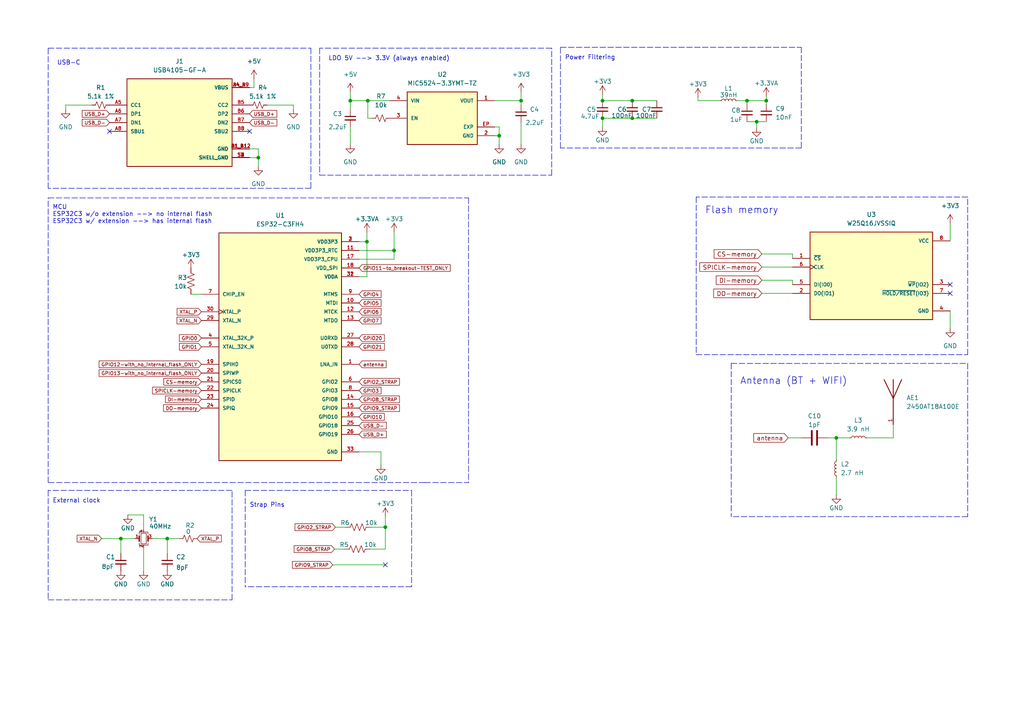
<source format=kicad_sch>
(kicad_sch (version 20211123) (generator eeschema)
  (paper "A4")
  (title_block (title "boiler plate for esp32c3") (date "2022-06-17") (rev "v0.1") (company "Lilordag"))
  (lib_symbols
    (symbol "2450AT18A100E:2450AT18A100E" (pin_names (offset 1.016) hide)
      (property "Reference" "AE" (at -2.794 10.1854 0))
      (property "Value" "2450AT18A100E" (at -2.667 -10.16 0))
      (symbol "2450AT18A100E_0_0"
        (polyline (pts (xy 0 2.54) (xy -2.667 8.001)) (stroke (width 0.254)))
        (polyline (pts (xy 0 2.54) (xy 0 -5.08)) (stroke (width 0.254)))
        (polyline (pts (xy 0 8.001) (xy 0 2.54)) (stroke (width 0.254)))
        (polyline (pts (xy 2.413 8.001) (xy 0 2.54)) (stroke (width 0.254)))
        (pin input line (at 0 -5.08 90) (length 2.54) (name "~") (number "1"))
      )
    )
    (symbol "Device:C" (pin_numbers hide) (pin_names (offset 0.254))
      (property "Reference" "C" (at 0.635 2.54 0))
      (property "Value" "C" (at 0.635 -2.54 0))
      (symbol "C_0_1"
        (polyline (pts (xy -2.032 -0.762) (xy 2.032 -0.762)) (stroke (width 0.508)))
        (polyline (pts (xy -2.032 0.762) (xy 2.032 0.762)) (stroke (width 0.508)))
      )
      (symbol "C_1_1"
        (pin passive line (at 0 3.81 270) (length 2.794) (name "~") (number "1"))
        (pin passive line (at 0 -3.81 90) (length 2.794) (name "~") (number "2"))
      )
    )
    (symbol "Device:C_Small" (pin_numbers hide) (pin_names (offset 0.254) hide)
      (property "Reference" "C" (at 0.254 1.778 0))
      (property "Value" "C_Small" (at 0.254 -2.032 0))
      (symbol "C_Small_0_1"
        (polyline (pts (xy -1.524 -0.508) (xy 1.524 -0.508)) (stroke (width 0.3302)))
        (polyline (pts (xy -1.524 0.508) (xy 1.524 0.508)) (stroke (width 0.3048)))
      )
      (symbol "C_Small_1_1"
        (pin passive line (at 0 2.54 270) (length 2.032) (name "~") (number "1"))
        (pin passive line (at 0 -2.54 90) (length 2.032) (name "~") (number "2"))
      )
    )
    (symbol "Device:Crystal_GND24_Small" (pin_names (offset 1.016) hide)
      (property "Reference" "Y" (at 1.27 4.445 0))
      (property "Value" "Crystal_GND24_Small" (at 1.27 2.54 0))
      (symbol "Crystal_GND24_Small_0_1"
        (rectangle (start -0.762 -1.524) (end 0.762 1.524))
        (polyline (pts (xy -1.27 -0.762) (xy -1.27 0.762)) (stroke (width 0.381)))
        (polyline (pts (xy 1.27 -0.762) (xy 1.27 0.762)) (stroke (width 0.381)))
        (polyline (pts (xy -1.27 -1.27) (xy -1.27 -1.905) (xy 1.27 -1.905) (xy 1.27 -1.27)))
        (polyline (pts (xy -1.27 1.27) (xy -1.27 1.905) (xy 1.27 1.905) (xy 1.27 1.27)))
      )
      (symbol "Crystal_GND24_Small_1_1"
        (pin passive line (at -2.54 0 0) (length 1.27) (name "1") (number "1"))
        (pin passive line (at 0 -2.54 90) (length 0.635) (name "2") (number "2"))
        (pin passive line (at 2.54 0 180) (length 1.27) (name "3") (number "3"))
        (pin passive line (at 0 2.54 270) (length 0.635) (name "4") (number "4"))
      )
    )
    (symbol "Device:L_Small" (pin_numbers hide) (pin_names (offset 0.254) hide)
      (property "Reference" "L" (at 0.762 1.016 0))
      (property "Value" "L_Small" (at 0.762 -1.016 0))
      (symbol "L_Small_0_1"
        (arc (start 0 -2.032) (mid 0.508 -1.524) (end 0 -1.016))
        (arc (start 0 -1.016) (mid 0.508 -0.508) (end 0 0))
        (arc (start 0 0) (mid 0.508 0.508) (end 0 1.016))
        (arc (start 0 1.016) (mid 0.508 1.524) (end 0 2.032))
      )
      (symbol "L_Small_1_1"
        (pin passive line (at 0 2.54 270) (length 0.508) (name "~") (number "1"))
        (pin passive line (at 0 -2.54 90) (length 0.508) (name "~") (number "2"))
      )
    )
    (symbol "Device:R_Small_US" (pin_numbers hide) (pin_names (offset 0.254) hide)
      (property "Reference" "R" (at 0.762 0.508 0))
      (property "Value" "R_Small_US" (at 0.762 -1.016 0))
      (symbol "R_Small_US_1_1"
        (polyline (pts (xy 0 0) (xy 1.016 -0.381) (xy 0 -0.762) (xy -1.016 -1.143) (xy 0 -1.524)))
        (polyline (pts (xy 0 1.524) (xy 1.016 1.143) (xy 0 0.762) (xy -1.016 0.381) (xy 0 0)))
        (pin passive line (at 0 2.54 270) (length 1.016) (name "~") (number "1"))
        (pin passive line (at 0 -2.54 90) (length 1.016) (name "~") (number "2"))
      )
    )
    (symbol "Device:R_US" (pin_numbers hide) (pin_names (offset 0))
      (property "Reference" "R" (at 2.54 0 90))
      (property "Value" "R_US" (at -2.54 0 90))
      (symbol "R_US_0_1"
        (polyline (pts (xy 0 -2.286) (xy 0 -2.54)))
        (polyline (pts (xy 0 2.286) (xy 0 2.54)))
        (polyline (pts (xy 0 -0.762) (xy 1.016 -1.143) (xy 0 -1.524) (xy -1.016 -1.905) (xy 0 -2.286)))
        (polyline (pts (xy 0 0.762) (xy 1.016 0.381) (xy 0 0) (xy -1.016 -0.381) (xy 0 -0.762)))
        (polyline (pts (xy 0 2.286) (xy 1.016 1.905) (xy 0 1.524) (xy -1.016 1.143) (xy 0 0.762)))
      )
      (symbol "R_US_1_1"
        (pin passive line (at 0 3.81 270) (length 1.27) (name "~") (number "1"))
        (pin passive line (at 0 -3.81 90) (length 1.27) (name "~") (number "2"))
      )
    )
    (symbol "ESP32-C3FH4:ESP32-C3FH4" (pin_names (offset 1.016))
      (property "Reference" "U" (at -17.78 33.782 0))
      (property "Value" "ESP32-C3FH4" (at -17.78 -33.782 0))
      (symbol "ESP32-C3FH4_0_0"
        (rectangle (start -17.78 -33.02) (end 17.78 33.02) (stroke (width 0.254)) (fill (type background)))
        (pin bidirectional line (at 22.86 -5.08 180) (length 5.08) (name "LNA_IN") (number "1"))
        (pin bidirectional line (at 22.86 12.7 180) (length 5.08) (name "MTDI") (number "10"))
        (pin power_in line (at 22.86 27.94 180) (length 5.08) (name "VDD3P3_RTC") (number "11"))
        (pin bidirectional line (at 22.86 10.16 180) (length 5.08) (name "MTCK") (number "12"))
        (pin bidirectional line (at 22.86 7.62 180) (length 5.08) (name "MTDO") (number "13"))
        (pin bidirectional line (at 22.86 -15.24 180) (length 5.08) (name "GPIO8") (number "14"))
        (pin bidirectional line (at 22.86 -17.78 180) (length 5.08) (name "GPIO9") (number "15"))
        (pin bidirectional line (at 22.86 -20.32 180) (length 5.08) (name "GPIO10") (number "16"))
        (pin power_in line (at 22.86 25.4 180) (length 5.08) (name "VDD3P3_CPU") (number "17"))
        (pin power_in line (at 22.86 22.86 180) (length 5.08) (name "VDD_SPI") (number "18"))
        (pin bidirectional line (at -22.86 -5.08 0) (length 5.08) (name "SPIHD") (number "19"))
        (pin power_in line (at 22.86 30.48 180) (length 5.08) (name "VDD3P3") (number "2"))
        (pin bidirectional line (at -22.86 -7.62 0) (length 5.08) (name "SPIWP") (number "20"))
        (pin bidirectional line (at -22.86 -10.16 0) (length 5.08) (name "SPICS0") (number "21"))
        (pin bidirectional line (at -22.86 -12.7 0) (length 5.08) (name "SPICLK") (number "22"))
        (pin bidirectional line (at -22.86 -15.24 0) (length 5.08) (name "SPID") (number "23"))
        (pin bidirectional line (at -22.86 -17.78 0) (length 5.08) (name "SPIQ") (number "24"))
        (pin bidirectional line (at 22.86 -22.86 180) (length 5.08) (name "GPIO18") (number "25"))
        (pin bidirectional line (at 22.86 -25.4 180) (length 5.08) (name "GPIO19") (number "26"))
        (pin bidirectional line (at 22.86 2.54 180) (length 5.08) (name "U0RXD") (number "27"))
        (pin bidirectional line (at 22.86 0 180) (length 5.08) (name "U0TXD") (number "28"))
        (pin output line (at -22.86 7.62 0) (length 5.08) (name "XTAL_N") (number "29"))
        (pin power_in line (at 22.86 30.48 180) (length 5.08) (name "VDD3P3") (number "3"))
        (pin input clock (at -22.86 10.16 0) (length 5.08) (name "XTAL_P") (number "30"))
        (pin power_in line (at 22.86 20.32 180) (length 5.08) (name "VDDA") (number "31"))
        (pin power_in line (at 22.86 20.32 180) (length 5.08) (name "VDDA") (number "32"))
        (pin power_in line (at 22.86 -30.48 180) (length 5.08) (name "GND") (number "33"))
        (pin bidirectional line (at -22.86 2.54 0) (length 5.08) (name "XTAL_32K_P") (number "4"))
        (pin bidirectional line (at -22.86 0 0) (length 5.08) (name "XTAL_32K_N") (number "5"))
        (pin bidirectional line (at 22.86 -10.16 180) (length 5.08) (name "GPIO2") (number "6"))
        (pin input line (at -22.86 15.24 0) (length 5.08) (name "CHIP_EN") (number "7"))
        (pin bidirectional line (at 22.86 -12.7 180) (length 5.08) (name "GPIO3") (number "8"))
        (pin bidirectional line (at 22.86 15.24 180) (length 5.08) (name "MTMS") (number "9"))
      )
    )
    (symbol "MIC5524-3.3YMT-TZ:MIC5524-3.3YMT-TZ" (pin_names (offset 1.016))
      (property "Reference" "U" (at -10.16 8.382 0))
      (property "Value" "MIC5524-3.3YMT-TZ" (at -10.16 -10.16 0))
      (symbol "MIC5524-3.3YMT-TZ_0_0"
        (rectangle (start -10.16 -7.62) (end 10.16 7.62) (stroke (width 0.254)) (fill (type background)))
        (pin output line (at 15.24 5.08 180) (length 5.08) (name "VOUT") (number "1"))
        (pin power_in line (at 15.24 -5.08 180) (length 5.08) (name "GND") (number "2"))
        (pin input line (at -15.24 0 0) (length 5.08) (name "EN") (number "3"))
        (pin input line (at -15.24 5.08 0) (length 5.08) (name "VIN") (number "4"))
        (pin power_in line (at 15.24 -2.54 180) (length 5.08) (name "EXP") (number "EP"))
      )
    )
    (symbol "USB4105-GF-A:USB4105-GF-A" (pin_names (offset 1.016))
      (property "Reference" "J" (at -15.24 13.97 0))
      (property "Value" "USB4105-GF-A" (at -15.24 -15.24 0))
      (symbol "USB4105-GF-A_0_0"
        (rectangle (start -15.24 -12.7) (end 15.24 12.7) (stroke (width 0.254)) (fill (type background)))
        (pin power_in line (at 20.32 -7.62 180) (length 5.08) (name "GND") (number "A1_B12"))
        (pin power_in line (at 20.32 10.16 180) (length 5.08) (name "VBUS") (number "A4_B9"))
        (pin bidirectional line (at -20.32 5.08 0) (length 5.08) (name "CC1") (number "A5"))
        (pin bidirectional line (at -20.32 2.54 0) (length 5.08) (name "DP1") (number "A6"))
        (pin bidirectional line (at -20.32 0 0) (length 5.08) (name "DN1") (number "A7"))
        (pin bidirectional line (at -20.32 -2.54 0) (length 5.08) (name "SBU1") (number "A8"))
        (pin power_in line (at 20.32 -7.62 180) (length 5.08) (name "GND") (number "B1_A12"))
        (pin power_in line (at 20.32 10.16 180) (length 5.08) (name "VBUS") (number "B4_A9"))
        (pin bidirectional line (at 20.32 5.08 180) (length 5.08) (name "CC2") (number "B5"))
        (pin bidirectional line (at 20.32 2.54 180) (length 5.08) (name "DP2") (number "B6"))
        (pin bidirectional line (at 20.32 0 180) (length 5.08) (name "DN2") (number "B7"))
        (pin bidirectional line (at 20.32 -2.54 180) (length 5.08) (name "SBU2") (number "B8"))
        (pin power_in line (at 20.32 -10.16 180) (length 5.08) (name "SHELL_GND") (number "S1"))
        (pin power_in line (at 20.32 -10.16 180) (length 5.08) (name "SHELL_GND") (number "S2"))
        (pin power_in line (at 20.32 -10.16 180) (length 5.08) (name "SHELL_GND") (number "S3"))
        (pin power_in line (at 20.32 -10.16 180) (length 5.08) (name "SHELL_GND") (number "S4"))
      )
    )
    (symbol "W25Q16JVSSIQ:W25Q16JVSSIQ" (pin_names (offset 1.016))
      (property "Reference" "U" (at -17.78 13.335 0))
      (property "Value" "W25Q16JVSSIQ" (at -17.78 -15.24 0))
      (symbol "W25Q16JVSSIQ_0_0"
        (rectangle (start -17.78 -12.7) (end 17.78 12.7) (stroke (width 0.254)) (fill (type background)))
        (pin input line (at -22.86 5.08 0) (length 5.08) (name "~{CS}") (number "1"))
        (pin bidirectional line (at -22.86 -5.08 0) (length 5.08) (name "DO(IO1)") (number "2"))
        (pin bidirectional line (at 22.86 -2.54 180) (length 5.08) (name "~{WP}(IO2)") (number "3"))
        (pin power_in line (at 22.86 -10.16 180) (length 5.08) (name "GND") (number "4"))
        (pin bidirectional line (at -22.86 -2.54 0) (length 5.08) (name "DI(IO0)") (number "5"))
        (pin input clock (at -22.86 2.54 0) (length 5.08) (name "CLK") (number "6"))
        (pin bidirectional line (at 22.86 -5.08 180) (length 5.08) (name "~{HOLD/RESET}(IO3)") (number "7"))
        (pin power_in line (at 22.86 10.16 180) (length 5.08) (name "VCC") (number "8"))
      )
    )
    (symbol "power:+3.3V" (power) (pin_names (offset 0))
      (property "Value" "+3.3V" (at 0 3.556 0))
      (symbol "+3.3V_0_1"
        (polyline (pts (xy -0.762 1.27) (xy 0 2.54)))
        (polyline (pts (xy 0 0) (xy 0 2.54)))
        (polyline (pts (xy 0 2.54) (xy 0.762 1.27)))
      )
      (symbol "+3.3V_1_1"
        (pin power_in line (at 0 0 90) (length 0) hide (name "+3V3") (number "1"))
      )
    )
    (symbol "power:+3.3VA" (power) (pin_names (offset 0))
      (property "Value" "+3.3VA" (at 0 3.556 0))
      (symbol "+3.3VA_0_1"
        (polyline (pts (xy -0.762 1.27) (xy 0 2.54)))
        (polyline (pts (xy 0 0) (xy 0 2.54)))
        (polyline (pts (xy 0 2.54) (xy 0.762 1.27)))
      )
      (symbol "+3.3VA_1_1"
        (pin power_in line (at 0 0 90) (length 0) hide (name "+3.3VA") (number "1"))
      )
    )
    (symbol "power:+5V" (power) (pin_names (offset 0))
      (property "Value" "+5V" (at 0 3.556 0))
      (symbol "+5V_0_1"
        (polyline (pts (xy -0.762 1.27) (xy 0 2.54)))
        (polyline (pts (xy 0 0) (xy 0 2.54)))
        (polyline (pts (xy 0 2.54) (xy 0.762 1.27)))
      )
      (symbol "+5V_1_1"
        (pin power_in line (at 0 0 90) (length 0) hide (name "+5V") (number "1"))
      )
    )
    (symbol "power:GND" (power) (pin_names (offset 0))
      (property "Value" "GND" (at 0 -3.81 0))
      (symbol "GND_0_1"
        (polyline (pts (xy 0 0) (xy 0 -1.27) (xy 1.27 -1.27) (xy 0 -2.54) (xy -1.27 -1.27) (xy 0 -1.27)))
      )
      (symbol "GND_1_1"
        (pin power_in line (at 0 0 270) (length 0) hide (name "GND") (number "1"))
      )
    )
  )
  (junction (at 222.25 29.21))
  (junction (at 183.388 29.21))
  (junction (at 242.57 127))
  (junction (at 48.514 156.21))
  (junction (at 101.6 29.21))
  (junction (at 151.13 29.21))
  (junction (at 111.76 152.908))
  (junction (at 35.052 156.21))
  (junction (at 174.752 34.29))
  (junction (at 114.3 72.644))
  (junction (at 106.68 29.21))
  (junction (at 174.752 29.21))
  (junction (at 183.388 34.29))
  (junction (at 74.93 45.72))
  (junction (at 216.662 29.21))
  (junction (at 219.456 35.306))
  (junction (at 144.78 39.37))
  (junction (at 106.426 70.104))
  (no_connect (at 275.59 82.55))
  (no_connect (at 275.59 85.09))
  (no_connect (at 31.75 38.1))
  (no_connect (at 72.39 38.1))
  (no_connect (at 111.76 163.83))
  (polyline (pts (xy 160.02 13.97) (xy 92.71 13.97)))
  (wire (pts (xy 73.66 25.4) (xy 73.66 22.86)))
  (wire (pts (xy 222.25 29.21) (xy 222.25 30.226)))
  (wire (pts (xy 104.14 80.264) (xy 106.426 80.264)))
  (wire (pts (xy 107.696 152.908) (xy 111.76 152.908)))
  (wire (pts (xy 106.68 29.21) (xy 113.03 29.21)))
  (polyline (pts (xy 162.56 13.716) (xy 232.41 13.716)))
  (wire (pts (xy 96.52 163.83) (xy 111.76 163.83)))
  (wire (pts (xy 19.05 30.48) (xy 19.05 31.75)))
  (polyline (pts (xy 123.19 139.954) (xy 13.97 139.954)))
  (wire (pts (xy 48.514 156.21) (xy 52.07 156.21)))
  (wire (pts (xy 242.57 127) (xy 242.57 133.35)))
  (wire (pts (xy 242.57 127) (xy 246.38 127)))
  (wire (pts (xy 222.25 35.306) (xy 219.456 35.306)))
  (wire (pts (xy 183.388 29.21) (xy 190.5 29.21)))
  (wire (pts (xy 275.59 90.17) (xy 275.59 95.25)))
  (wire (pts (xy 202.438 28.194) (xy 202.438 29.21)))
  (polyline (pts (xy 13.97 139.954) (xy 13.97 57.404)))
  (wire (pts (xy 104.14 75.184) (xy 114.3 75.184)))
  (wire (pts (xy 144.78 36.83) (xy 144.78 39.37)))
  (polyline (pts (xy 201.93 57.15) (xy 201.93 102.87)))
  (wire (pts (xy 229.87 73.66) (xy 229.87 74.93)))
  (polyline (pts (xy 90.17 54.61) (xy 13.97 54.61)))
  (polyline (pts (xy 119.38 142.24) (xy 119.38 170.18)))
  (wire (pts (xy 219.456 35.306) (xy 219.456 37.084)))
  (polyline (pts (xy 71.12 142.24) (xy 71.12 170.18)))
  (wire (pts (xy 110.49 131.064) (xy 110.49 134.874)))
  (polyline (pts (xy 162.56 42.926) (xy 162.56 13.716)))
  (polyline (pts (xy 13.97 54.61) (xy 13.97 13.97)))
  (polyline (pts (xy 90.17 13.97) (xy 90.17 54.61)))
  (polyline (pts (xy 92.71 13.97) (xy 92.71 50.8)))
  (polyline (pts (xy 212.09 105.41) (xy 212.09 149.86)))
  (polyline (pts (xy 232.41 13.716) (xy 232.41 42.926)))
  (wire (pts (xy 259.08 127) (xy 259.08 123.19)))
  (polyline (pts (xy 92.71 50.8) (xy 160.02 50.8)))
  (wire (pts (xy 41.656 149.352) (xy 41.656 153.67)))
  (polyline (pts (xy 67.31 173.99) (xy 67.31 142.24)))
  (wire (pts (xy 174.752 34.29) (xy 183.388 34.29)))
  (polyline (pts (xy 232.41 42.926) (xy 162.56 42.926)))
  (wire (pts (xy 228.6 127) (xy 232.41 127)))
  (polyline (pts (xy 13.97 57.404) (xy 123.19 57.404)))
  (wire (pts (xy 72.39 43.18) (xy 74.93 43.18)))
  (wire (pts (xy 216.662 29.21) (xy 216.662 30.226)))
  (wire (pts (xy 104.14 131.064) (xy 110.49 131.064)))
  (wire (pts (xy 41.656 158.75) (xy 41.656 165.608)))
  (wire (pts (xy 151.13 29.21) (xy 151.13 30.48)))
  (wire (pts (xy 97.282 152.908) (xy 100.076 152.908)))
  (wire (pts (xy 72.39 45.72) (xy 74.93 45.72)))
  (wire (pts (xy 35.052 156.21) (xy 39.116 156.21)))
  (wire (pts (xy 222.25 29.21) (xy 222.25 27.94)))
  (wire (pts (xy 74.93 45.72) (xy 74.93 48.26)))
  (polyline (pts (xy 123.19 57.404) (xy 135.89 57.404)))
  (polyline (pts (xy 71.12 142.24) (xy 119.38 142.24)))
  (wire (pts (xy 144.78 39.37) (xy 144.78 41.91)))
  (wire (pts (xy 213.868 29.21) (xy 216.662 29.21)))
  (wire (pts (xy 242.57 138.43) (xy 242.57 143.51)))
  (wire (pts (xy 174.752 27.432) (xy 174.752 29.21)))
  (wire (pts (xy 107.442 159.258) (xy 111.76 159.258)))
  (wire (pts (xy 26.67 30.48) (xy 19.05 30.48)))
  (wire (pts (xy 101.6 26.67) (xy 101.6 29.21)))
  (wire (pts (xy 104.14 72.644) (xy 114.3 72.644)))
  (wire (pts (xy 106.426 80.264) (xy 106.426 70.104)))
  (polyline (pts (xy 67.31 142.24) (xy 13.97 142.24)))
  (wire (pts (xy 216.662 29.21) (xy 222.25 29.21)))
  (wire (pts (xy 101.6 29.21) (xy 106.68 29.21)))
  (wire (pts (xy 151.13 35.56) (xy 151.13 41.91)))
  (polyline (pts (xy 119.38 170.18) (xy 71.12 170.18)))
  (wire (pts (xy 74.93 43.18) (xy 74.93 45.72)))
  (wire (pts (xy 114.3 72.644) (xy 114.3 67.31)))
  (wire (pts (xy 143.51 36.83) (xy 144.78 36.83)))
  (polyline (pts (xy 135.89 57.404) (xy 135.89 139.954)))
  (wire (pts (xy 107.95 34.29) (xy 106.68 34.29)))
  (wire (pts (xy 114.3 75.184) (xy 114.3 72.644)))
  (wire (pts (xy 151.13 29.21) (xy 151.13 26.67)))
  (wire (pts (xy 111.76 152.908) (xy 111.76 149.86)))
  (wire (pts (xy 111.76 159.258) (xy 111.76 152.908)))
  (polyline (pts (xy 212.09 105.41) (xy 280.67 105.41)))
  (wire (pts (xy 220.98 85.09) (xy 229.87 85.09)))
  (wire (pts (xy 55.372 85.344) (xy 58.42 85.344)))
  (wire (pts (xy 29.464 156.21) (xy 35.052 156.21)))
  (polyline (pts (xy 280.67 105.41) (xy 280.67 149.86)))
  (wire (pts (xy 106.68 34.29) (xy 106.68 29.21)))
  (wire (pts (xy 240.03 127) (xy 242.57 127)))
  (wire (pts (xy 229.87 81.28) (xy 229.87 82.55)))
  (wire (pts (xy 48.514 160.528) (xy 48.514 156.21)))
  (polyline (pts (xy 280.67 149.86) (xy 212.09 149.86)))
  (polyline (pts (xy 13.97 173.99) (xy 67.31 173.99)))
  (wire (pts (xy 220.98 77.47) (xy 229.87 77.47)))
  (wire (pts (xy 143.51 39.37) (xy 144.78 39.37)))
  (wire (pts (xy 202.438 29.21) (xy 208.788 29.21)))
  (polyline (pts (xy 280.67 57.15) (xy 201.93 57.15)))
  (wire (pts (xy 85.09 30.48) (xy 85.09 31.75)))
  (polyline (pts (xy 13.97 142.24) (xy 13.97 173.99)))
  (wire (pts (xy 143.51 29.21) (xy 151.13 29.21)))
  (wire (pts (xy 183.388 34.29) (xy 190.5 34.29)))
  (wire (pts (xy 220.98 73.66) (xy 229.87 73.66)))
  (wire (pts (xy 77.47 30.48) (xy 85.09 30.48)))
  (wire (pts (xy 275.59 69.85) (xy 275.59 64.77)))
  (wire (pts (xy 174.752 29.21) (xy 183.388 29.21)))
  (polyline (pts (xy 123.19 139.954) (xy 135.89 139.954)))
  (wire (pts (xy 35.052 160.528) (xy 35.052 156.21)))
  (wire (pts (xy 220.98 81.28) (xy 229.87 81.28)))
  (wire (pts (xy 37.084 149.352) (xy 41.656 149.352)))
  (wire (pts (xy 48.514 156.21) (xy 44.196 156.21)))
  (polyline (pts (xy 201.93 102.87) (xy 280.67 102.87)))
  (polyline (pts (xy 280.67 102.87) (xy 280.67 57.15)))
  (wire (pts (xy 104.14 70.104) (xy 106.426 70.104)))
  (wire (pts (xy 101.6 36.83) (xy 101.6 41.91)))
  (wire (pts (xy 216.662 35.306) (xy 219.456 35.306)))
  (wire (pts (xy 174.752 34.29) (xy 174.752 36.83)))
  (wire (pts (xy 101.6 29.21) (xy 101.6 31.75)))
  (wire (pts (xy 106.426 70.104) (xy 106.426 67.31)))
  (polyline (pts (xy 13.97 13.97) (xy 90.17 13.97)))
  (wire (pts (xy 97.028 159.258) (xy 99.822 159.258)))
  (wire (pts (xy 251.46 127) (xy 259.08 127)))
  (polyline (pts (xy 160.02 50.8) (xy 160.02 13.97)))
  (wire (pts (xy 72.39 25.4) (xy 73.66 25.4)))
  (text "USB-C" (at 16.51 19.05 0) (effects (font (size 1.27 1.27)) (justify left bottom)))
  (text "LDO 5V --> 3.3V (always enabled)" (at 95.25 17.78 0) (effects (font (size 1.27 1.27)) (justify left bottom)))
  (text "Flash memory" (at 204.47 62.23 0) (effects (font (size 2 2)) (justify left bottom)))
  (text "Power Filtering" (at 163.83 17.526 0) (effects (font (size 1.27 1.27)) (justify left bottom)))
  (text "Antenna (BT + WIFI)" (at 214.63 111.76 0) (effects (font (size 2 2)) (justify left bottom)))
  (text "External clock" (at 15.24 146.05 0) (effects (font (size 1.27 1.27)) (justify left bottom)))
  (text "MCU\nESP32C3 w/o extension --> no internal flash\nESP32C3 w/ extension --> has internal flash" (at 15.24 65.024 0) (effects (font (size 1.27 1.27)) (justify left bottom)))
  (text "Strap Pins" (at 72.39 147.32 0) (effects (font (size 1.27 1.27)) (justify left bottom)))
  (global_label "GPIO8_STRAP" (shape input) (at 97.028 159.258 180) (effects (font (size 1 1))) (property "Intersheet References" "${INTERSHEET_REFS}" (effects hide)))
  (global_label "DO-memory" (shape input) (at 58.42 118.364 180) (effects (font (size 1 1))) (property "Intersheet References" "${INTERSHEET_REFS}" (effects hide)))
  (global_label "GPIO5" (shape input) (at 104.14 87.884 0) (effects (font (size 1 1))) (property "Intersheet References" "${INTERSHEET_REFS}" (effects hide)))
  (global_label "GPIO3" (shape input) (at 104.14 113.284 0) (effects (font (size 1 1))) (property "Intersheet References" "${INTERSHEET_REFS}" (effects hide)))
  (global_label "GPIO2_STRAP" (shape input) (at 104.14 110.744 0) (effects (font (size 1 1))) (property "Intersheet References" "${INTERSHEET_REFS}" (effects hide)))
  (global_label "GPIO11-to_breakout-TEST_ONLY" (shape input) (at 104.14 77.724 0) (effects (font (size 1 1))) (property "Intersheet References" "${INTERSHEET_REFS}" (effects hide)))
  (global_label "GPIO1" (shape input) (at 58.42 100.584 180) (effects (font (size 1 1))) (property "Intersheet References" "${INTERSHEET_REFS}" (effects hide)))
  (global_label "XTAL_P" (shape input) (at 57.15 156.21 0) (effects (font (size 1 1))) (property "Intersheet References" "${INTERSHEET_REFS}" (effects hide)))
  (global_label "GPIO9_STRAP" (shape input) (at 104.14 118.364 0) (effects (font (size 1 1))) (property "Intersheet References" "${INTERSHEET_REFS}" (effects hide)))
  (global_label "USB_D-" (shape input) (at 31.75 35.56 180) (effects (font (size 1 1))) (property "Intersheet References" "${INTERSHEET_REFS}" (effects hide)))
  (global_label "USB_D-" (shape input) (at 72.39 35.56 0) (effects (font (size 1 1))) (property "Intersheet References" "${INTERSHEET_REFS}" (effects hide)))
  (global_label "GPIO12-with_no_internal_flash_ONLY" (shape input) (at 58.42 105.664 180) (effects (font (size 1 1))) (property "Intersheet References" "${INTERSHEET_REFS}" (effects hide)))
  (global_label "GPIO10" (shape input) (at 104.14 120.904 0) (effects (font (size 1 1))) (property "Intersheet References" "${INTERSHEET_REFS}" (effects hide)))
  (global_label "SPICLK-memory" (shape input) (at 58.42 113.284 180) (effects (font (size 1 1))) (property "Intersheet References" "${INTERSHEET_REFS}" (effects hide)))
  (global_label "SPICLK-memory" (shape input) (at 220.98 77.47 180) (property "Intersheet References" "${INTERSHEET_REFS}" (effects hide)))
  (global_label "GPIO4" (shape input) (at 104.14 85.344 0) (effects (font (size 1 1))) (property "Intersheet References" "${INTERSHEET_REFS}" (effects hide)))
  (global_label "DO-memory" (shape input) (at 220.98 85.09 180) (property "Intersheet References" "${INTERSHEET_REFS}" (effects hide)))
  (global_label "USB_D+" (shape input) (at 104.14 125.984 0) (effects (font (size 1 1))) (property "Intersheet References" "${INTERSHEET_REFS}" (effects hide)))
  (global_label "GPIO13-with_no_internal_flash_ONLY" (shape input) (at 58.42 108.204 180) (effects (font (size 1 1))) (property "Intersheet References" "${INTERSHEET_REFS}" (effects hide)))
  (global_label "USB_D+" (shape input) (at 31.75 33.02 180) (effects (font (size 1 1))) (property "Intersheet References" "${INTERSHEET_REFS}" (effects hide)))
  (global_label "GPIO20" (shape input) (at 104.14 98.044 0) (effects (font (size 1 1))) (property "Intersheet References" "${INTERSHEET_REFS}" (effects hide)))
  (global_label "XTAL_N" (shape input) (at 29.464 156.21 180) (effects (font (size 1 1))) (property "Intersheet References" "${INTERSHEET_REFS}" (effects hide)))
  (global_label "antenna" (shape input) (at 228.6 127 180) (property "Intersheet References" "${INTERSHEET_REFS}" (effects hide)))
  (global_label "DI-memory" (shape input) (at 58.42 115.824 180) (effects (font (size 1 1))) (property "Intersheet References" "${INTERSHEET_REFS}" (effects hide)))
  (global_label "GPIO9_STRAP" (shape input) (at 96.52 163.83 180) (effects (font (size 1 1))) (property "Intersheet References" "${INTERSHEET_REFS}" (effects hide)))
  (global_label "USB_D+" (shape input) (at 72.39 33.02 0) (effects (font (size 1 1))) (property "Intersheet References" "${INTERSHEET_REFS}" (effects hide)))
  (global_label "CS-memory" (shape input) (at 58.42 110.744 180) (effects (font (size 1 1))) (property "Intersheet References" "${INTERSHEET_REFS}" (effects hide)))
  (global_label "XTAL_P" (shape input) (at 58.42 90.424 180) (effects (font (size 1 1))) (property "Intersheet References" "${INTERSHEET_REFS}" (effects hide)))
  (global_label "GPIO6" (shape input) (at 104.14 90.424 0) (effects (font (size 1 1))) (property "Intersheet References" "${INTERSHEET_REFS}" (effects hide)))
  (global_label "XTAL_N" (shape input) (at 58.42 92.964 180) (effects (font (size 1 1))) (property "Intersheet References" "${INTERSHEET_REFS}" (effects hide)))
  (global_label "GPIO21" (shape input) (at 104.14 100.584 0) (effects (font (size 1 1))) (property "Intersheet References" "${INTERSHEET_REFS}" (effects hide)))
  (global_label "GPIO2_STRAP" (shape input) (at 97.282 152.908 180) (effects (font (size 1 1))) (property "Intersheet References" "${INTERSHEET_REFS}" (effects hide)))
  (global_label "GPIO7" (shape input) (at 104.14 92.964 0) (effects (font (size 1 1))) (property "Intersheet References" "${INTERSHEET_REFS}" (effects hide)))
  (global_label "antenna" (shape input) (at 104.14 105.664 0) (effects (font (size 1 1))) (property "Intersheet References" "${INTERSHEET_REFS}" (effects hide)))
  (global_label "CS-memory" (shape input) (at 220.98 73.66 180) (property "Intersheet References" "${INTERSHEET_REFS}" (effects hide)))
  (global_label "GPIO0" (shape input) (at 58.42 98.044 180) (effects (font (size 1 1))) (property "Intersheet References" "${INTERSHEET_REFS}" (effects hide)))
  (global_label "DI-memory" (shape input) (at 220.98 81.28 180) (property "Intersheet References" "${INTERSHEET_REFS}" (effects hide)))
  (global_label "GPIO8_STRAP" (shape input) (at 104.14 115.824 0) (effects (font (size 1 1))) (property "Intersheet References" "${INTERSHEET_REFS}" (effects hide)))
  (global_label "USB_D-" (shape input) (at 104.14 123.444 0) (effects (font (size 1 1))) (property "Intersheet References" "${INTERSHEET_REFS}" (effects hide)))
  (symbol (lib_id "power:GND") (at 35.052 165.608 0) (unit 1)
    (property "Reference" "#PWR02" (effects hide))
    (property "Value" "GND" (at 35.052 169.418 0))
  )
  (symbol (lib_id "Device:R_US") (at 103.886 152.908 90) (unit 1)
    (property "Reference" "R6" (at 100.076 151.638 90))
    (property "Value" "10k" (at 107.696 151.638 90))
    (property "Footprint" "Resistor_SMD:R_0402_1005Metric" (effects hide))
  )
  (symbol (lib_id "Device:R_Small_US") (at 54.61 156.21 90) (unit 1)
    (property "Reference" "R2" (at 55.118 152.4 90))
    (property "Value" "0" (at 54.61 154.178 90))
    (property "Footprint" "Resistor_SMD:R_01005_0402Metric_Pad0.57x0.30mm_HandSolder" (effects hide))
  )
  (symbol (lib_id "power:GND") (at 41.656 165.608 0) (unit 1)
    (property "Reference" "#PWR04" (effects hide))
    (property "Value" "GND" (at 41.656 169.418 0))
  )
  (symbol (lib_id "power:GND") (at 275.59 95.25 0) (unit 1)
    (property "Reference" "#PWR026" (effects hide))
    (property "Value" "GND" (at 275.59 100.33 0))
  )
  (symbol (lib_id "power:GND") (at 74.93 48.26 0) (unit 1)
    (property "Reference" "#PWR08" (effects hide))
    (property "Value" "GND" (at 74.93 53.34 0))
  )
  (symbol (lib_id "2450AT18A100E:2450AT18A100E") (at 259.08 118.11 0) (unit 1)
    (property "Reference" "AE1" (at 262.89 115.3794 0) (effects (justify left)))
    (property "Value" "2450AT18A100E" (at 262.89 117.9194 0) (effects (justify left)))
    (property "Footprint" "ANTC3216X140N" (effects hide))
    (property "STANDARD" "IPC-7351B" (effects hide))
    (property "PARTREV" "1.3" (effects hide))
    (property "MANUFACTURER" "JOHANSON DESIGN" (effects hide))
  )
  (symbol (lib_id "Device:C_Small") (at 48.514 163.068 0) (unit 1)
    (property "Reference" "C2" (at 51.054 161.544 0) (effects (justify left)))
    (property "Value" "8pF" (at 51.054 164.592 0) (effects (justify left)))
    (property "Footprint" "Capacitor_SMD:C_0402_1005Metric_Pad0.74x0.62mm_HandSolder" (effects hide))
  )
  (symbol (lib_id "power:+3.3V") (at 151.13 26.67 0) (unit 1)
    (property "Reference" "#PWR017" (effects hide))
    (property "Value" "+3.3V" (at 151.13 21.59 0))
  )
  (symbol (lib_id "Device:R_Small_US") (at 29.21 30.48 90) (unit 1)
    (property "Reference" "R1" (at 29.21 25.4 90))
    (property "Value" "5.1k 1%" (at 29.21 27.94 90))
    (property "Footprint" "Resistor_SMD:R_0402_1005Metric_Pad0.72x0.64mm_HandSolder" (effects hide))
  )
  (symbol (lib_id "power:GND") (at 110.49 134.874 0) (unit 1)
    (property "Reference" "#PWR013" (effects hide))
    (property "Value" "GND" (at 110.49 138.684 0))
  )
  (symbol (lib_id "Device:L_Small") (at 242.57 135.89 180) (unit 1)
    (property "Reference" "L2" (at 243.84 134.6199 0) (effects (justify right)))
    (property "Value" "2.7 nH" (at 243.84 137.1599 0) (effects (justify right)))
    (property "Footprint" "Inductor_SMD:L_0402_1005Metric" (effects hide))
  )
  (symbol (lib_id "Device:C") (at 236.22 127 90) (unit 1)
    (property "Reference" "C10" (at 236.22 120.65 90))
    (property "Value" "1pF" (at 236.22 123.19 90))
    (property "Footprint" "Capacitor_SMD:C_0402_1005Metric" (effects hide))
  )
  (symbol (lib_id "power:+3.3VA") (at 106.426 67.31 0) (unit 1)
    (property "Reference" "#PWR012" (effects hide))
    (property "Value" "+3.3VA" (at 106.426 63.5 0))
  )
  (symbol (lib_id "power:+3.3V") (at 114.3 67.31 0) (unit 1)
    (property "Reference" "#PWR015" (effects hide))
    (property "Value" "+3.3V" (at 114.3 63.5 0))
  )
  (symbol (lib_id "power:GND") (at 174.752 36.83 0) (unit 1)
    (property "Reference" "#PWR020" (effects hide))
    (property "Value" "GND" (at 174.752 40.64 0))
  )
  (symbol (lib_id "Device:C_Small") (at 101.6 34.29 0) (unit 1)
    (property "Reference" "C3" (at 96.52 33.02 0) (effects (justify left)))
    (property "Value" "2.2uF" (at 95.25 36.83 0) (effects (justify left)))
    (property "Footprint" "Capacitor_SMD:C_0402_1005Metric_Pad0.74x0.62mm_HandSolder" (effects hide))
  )
  (symbol (lib_id "Device:C_Small") (at 222.25 32.766 0) (unit 1)
    (property "Reference" "C9" (at 224.917 31.5022 0) (effects (justify left)))
    (property "Value" "10nF" (at 224.917 34.0422 0) (effects (justify left)))
    (property "Footprint" "Inductor_SMD:L_0402_1005Metric" (effects hide))
  )
  (symbol (lib_id "Device:Crystal_GND24_Small") (at 41.656 156.21 0) (unit 1)
    (property "Reference" "Y1" (at 44.45 150.622 0))
    (property "Value" "40MHz" (at 46.482 152.654 0))
    (property "Footprint" "Crystal:Crystal_SMD_2016-4Pin_2.0x1.6mm" (effects hide))
  )
  (symbol (lib_id "power:GND") (at 242.57 143.51 0) (unit 1)
    (property "Reference" "#PWR024" (effects hide))
    (property "Value" "GND" (at 242.57 147.32 0))
  )
  (symbol (lib_id "power:+3.3V") (at 202.438 28.194 0) (unit 1)
    (property "Reference" "#PWR021" (effects hide))
    (property "Value" "+3.3V" (at 202.438 24.384 0))
  )
  (symbol (lib_id "power:+3.3VA") (at 222.25 27.94 0) (unit 1)
    (property "Reference" "#PWR023" (effects hide))
    (property "Value" "+3.3VA" (at 222.25 24.13 0))
  )
  (symbol (lib_id "power:GND") (at 19.05 31.75 0) (unit 1)
    (property "Reference" "#PWR01" (effects hide))
    (property "Value" "GND" (at 19.05 36.83 0))
  )
  (symbol (lib_id "power:+3.3V") (at 275.59 64.77 0) (unit 1)
    (property "Reference" "#PWR025" (effects hide))
    (property "Value" "+3.3V" (at 275.59 59.69 0))
  )
  (symbol (lib_id "power:GND") (at 151.13 41.91 0) (unit 1)
    (property "Reference" "#PWR018" (effects hide))
    (property "Value" "GND" (at 151.13 46.99 0))
  )
  (symbol (lib_id "Device:R_Small_US") (at 110.49 34.29 90) (unit 1)
    (property "Reference" "R7" (at 110.49 27.94 90))
    (property "Value" "10k" (at 110.49 30.48 90))
    (property "Footprint" "Resistor_SMD:R_0402_1005Metric_Pad0.72x0.64mm_HandSolder" (effects hide))
  )
  (symbol (lib_id "power:GND") (at 37.084 149.352 0) (unit 1)
    (property "Reference" "#PWR03" (effects hide))
    (property "Value" "GND" (at 37.084 153.162 0))
  )
  (symbol (lib_id "Device:C_Small") (at 183.388 31.75 0) (unit 1)
    (property "Reference" "C6" (at 179.07 31.75 0) (effects (justify left)))
    (property "Value" "100nF" (at 177.292 33.528 0) (effects (justify left)))
    (property "Footprint" "Inductor_SMD:L_0402_1005Metric" (effects hide))
  )
  (symbol (lib_id "Device:C_Small") (at 216.662 32.766 0) (unit 1)
    (property "Reference" "C8" (at 212.09 32.004 0) (effects (justify left)))
    (property "Value" "1uF" (at 211.709 34.671 0) (effects (justify left)))
    (property "Footprint" "Inductor_SMD:L_0402_1005Metric" (effects hide))
  )
  (symbol (lib_id "Device:C_Small") (at 190.5 31.75 0) (unit 1)
    (property "Reference" "C7" (at 186.182 31.75 0) (effects (justify left)))
    (property "Value" "100nF" (at 184.404 33.528 0) (effects (justify left)))
    (property "Footprint" "Inductor_SMD:L_0402_1005Metric" (effects hide))
  )
  (symbol (lib_id "power:+3.3V") (at 111.76 149.86 0) (unit 1)
    (property "Reference" "#PWR014" (effects hide))
    (property "Value" "+3.3V" (at 111.76 146.05 0))
  )
  (symbol (lib_id "Device:C_Small") (at 151.13 33.02 0) (unit 1)
    (property "Reference" "C4" (at 153.67 31.75 0) (effects (justify left)))
    (property "Value" "2.2uF" (at 152.4 35.56 0) (effects (justify left)))
    (property "Footprint" "Capacitor_SMD:C_0402_1005Metric_Pad0.74x0.62mm_HandSolder" (effects hide))
  )
  (symbol (lib_id "Device:L_Small") (at 248.92 127 90) (unit 1)
    (property "Reference" "L3" (at 248.92 121.92 90))
    (property "Value" "3.9 nH" (at 248.92 124.46 90))
    (property "Footprint" "Inductor_SMD:L_0402_1005Metric" (effects hide))
  )
  (symbol (lib_id "Device:R_Small_US") (at 74.93 30.48 90) (unit 1)
    (property "Reference" "R4" (at 76.2 25.4 90))
    (property "Value" "5.1k 1%" (at 76.2 27.94 90))
    (property "Footprint" "Resistor_SMD:R_0402_1005Metric_Pad0.72x0.64mm_HandSolder" (effects hide))
  )
  (symbol (lib_id "power:GND") (at 219.456 37.084 0) (unit 1)
    (property "Reference" "#PWR022" (effects hide))
    (property "Value" "GND" (at 219.456 40.894 0))
  )
  (symbol (lib_id "power:+5V") (at 101.6 26.67 0) (unit 1)
    (property "Reference" "#PWR010" (effects hide))
    (property "Value" "+5V" (at 101.6 21.59 0))
  )
  (symbol (lib_id "power:+3.3V") (at 174.752 27.432 0) (unit 1)
    (property "Reference" "#PWR019" (effects hide))
    (property "Value" "+3.3V" (at 174.752 23.622 0))
  )
  (symbol (lib_id "Device:R_US") (at 103.632 159.258 90) (unit 1)
    (property "Reference" "R5" (at 99.822 157.988 90))
    (property "Value" "10k" (at 107.442 157.988 90))
    (property "Footprint" "Resistor_SMD:R_0402_1005Metric" (effects hide))
  )
  (symbol (lib_id "power:GND") (at 144.78 41.91 0) (unit 1)
    (property "Reference" "#PWR016" (effects hide))
    (property "Value" "GND" (at 144.78 46.99 0))
  )
  (symbol (lib_id "Device:C_Small") (at 35.052 163.068 0) (unit 1)
    (property "Reference" "C1" (at 30.734 161.544 0) (effects (justify left)))
    (property "Value" "8pF" (at 29.464 164.338 0) (effects (justify left)))
    (property "Footprint" "Capacitor_SMD:C_0402_1005Metric_Pad0.74x0.62mm_HandSolder" (effects hide))
  )
  (symbol (lib_id "W25Q16JVSSIQ:W25Q16JVSSIQ") (at 252.73 80.01 0) (unit 1)
    (property "Reference" "U3" (at 252.73 62.23 0))
    (property "Value" "W25Q16JVSSIQ" (at 252.73 64.77 0))
    (property "Footprint" "W25Q16JVSSIQ:SOIC127P790X216-8N" (effects hide))
    (property "PRICE" "None" (effects hide))
    (property "AVAILABILITY" "Unavailable" (effects hide))
    (property "MP" "W25Q16JVSSIQ" (effects hide))
    (property "PACKAGE" "SOIC-8 Winbond" (effects hide))
    (property "DESCRIPTION" "3v 16m-Bit Serial Flash Memory With Dual" (effects hide))
    (property "MF" "Winbond Electronics" (effects hide))
  )
  (symbol (lib_id "MIC5524-3.3YMT-TZ:MIC5524-3.3YMT-TZ") (at 128.27 34.29 0) (unit 1)
    (property "Reference" "U2" (at 128.27 21.59 0))
    (property "Value" "MIC5524-3.3YMT-TZ" (at 128.27 24.13 0))
    (property "Footprint" "LDO-MIC5524-3-3YMT-TZ:VREG_MIC5524-3.3YMT-TZ" (effects hide))
    (property "STANDARD" "Manufacturer Recommendations" (effects hide))
    (property "PARTREV" "1.0" (effects hide))
    (property "MANUFACTURER" "Microchip" (effects hide))
    (property "MAXIMUM_PACKAGE_HEIGHT" "0.6mm" (effects hide))
  )
  (symbol (lib_id "power:+3.3V") (at 55.372 77.724 0) (unit 1)
    (property "Reference" "#PWR06" (effects hide))
    (property "Value" "+3.3V" (at 55.372 73.914 0))
  )
  (symbol (lib_id "power:+5V") (at 73.66 22.86 0) (unit 1)
    (property "Reference" "#PWR07" (effects hide))
    (property "Value" "+5V" (at 73.66 17.78 0))
  )
  (symbol (lib_id "Device:C_Small") (at 174.752 31.75 0) (unit 1)
    (property "Reference" "C5" (at 170.18 31.75 0) (effects (justify left)))
    (property "Value" "4.7uF" (at 168.402 33.782 0) (effects (justify left)))
    (property "Footprint" "Inductor_SMD:L_0402_1005Metric" (effects hide))
  )
  (symbol (lib_id "Device:L_Small") (at 211.328 29.21 90) (unit 1)
    (property "Reference" "L1" (at 211.328 25.654 90))
    (property "Value" "39nH" (at 211.328 27.559 90))
    (property "Footprint" "Inductor_SMD:L_0402_1005Metric" (effects hide))
  )
  (symbol (lib_id "USB4105-GF-A:USB4105-GF-A") (at 52.07 35.56 0) (unit 1)
    (property "Reference" "J1" (at 52.07 17.78 0))
    (property "Value" "USB4105-GF-A" (at 52.07 20.32 0))
    (property "Footprint" "USBC-USB4105-GF-A:GCT_USB4105-GF-A" (effects hide))
    (property "MANUFACTURER" "GCT" (effects hide))
    (property "PARTREV" "A3" (effects hide))
    (property "MAXIMUM_PACKAGE_HEIGHT" "3.31 mm" (effects hide))
    (property "STANDARD" "Manufacturer Recommendations" (effects hide))
  )
  (symbol (lib_id "Device:R_US") (at 55.372 81.534 0) (unit 1)
    (property "Reference" "R3" (at 51.562 80.518 0) (effects (justify left)))
    (property "Value" "10k" (at 50.546 83.058 0) (effects (justify left)))
    (property "Footprint" "Resistor_SMD:R_0402_1005Metric" (effects hide))
  )
  (symbol (lib_id "power:GND") (at 101.6 41.91 0) (unit 1)
    (property "Reference" "#PWR011" (effects hide))
    (property "Value" "GND" (at 101.6 46.99 0))
  )
  (symbol (lib_id "power:GND") (at 85.09 31.75 0) (unit 1)
    (property "Reference" "#PWR09" (effects hide))
    (property "Value" "GND" (at 85.09 36.83 0))
  )
  (symbol (lib_id "ESP32-C3FH4:ESP32-C3FH4") (at 81.28 100.584 0) (unit 1)
    (property "Reference" "U1" (at 81.28 62.484 0))
    (property "Value" "ESP32-C3FH4" (at 81.28 65.024 0))
    (property "Footprint" "ESP32-C3:QFN50P500X500X90-33N" (effects hide))
    (property "MANUFACTURER" "Espressif" (effects hide))
    (property "PARTREV" "V1.0" (effects hide))
    (property "STANDARD" "IPC 7351B" (effects hide))
    (property "MAXIMUM_PACKAGE_HEIGHT" "0.9mm" (effects hide))
  )
  (symbol (lib_id "power:GND") (at 48.514 165.608 0) (unit 1)
    (property "Reference" "#PWR05" (effects hide))
    (property "Value" "GND" (at 48.514 169.418 0))
  )
)
</source>
